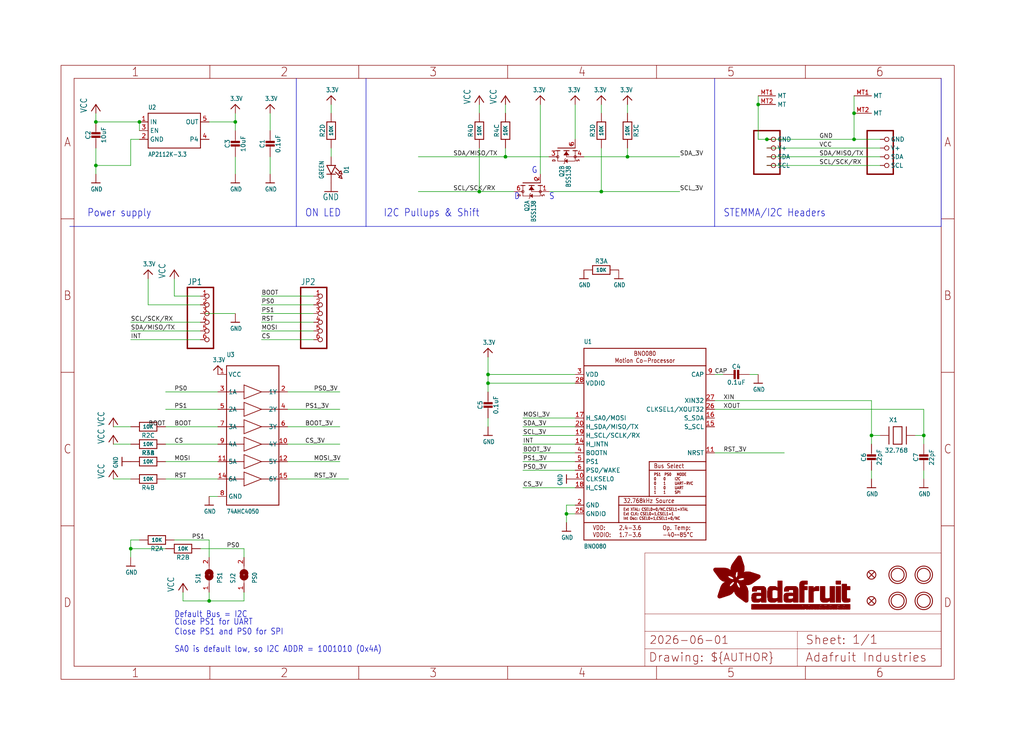
<source format=kicad_sch>
(kicad_sch (version 20231120) (generator "eeschema") (generator_version "8.0")
  (paper "User" 298.45 217.322)
  (lib_symbols
    (symbol "bno085_module-eagle-import:3.3V" (power)
      (symbol "3.3V_1_0"
        (pin power_in line (at 0 -2.54 90) (length 2.54) (name "3.3V") (number "1"))
      )
    )
    (symbol "bno085_module-eagle-import:74HC4050DTSSOP"
      (property "Reference" "U" (at -7.62 22.86 0))
      (symbol "74HC4050DTSSOP_1_0"
        (pin bidirectional line (at -10.16 17.78 0) (length 2.54) (name "VCC") (number "1"))
        (pin bidirectional line (at 10.16 -2.54 180) (length 2.54) (name "4Y") (number "10"))
        (pin bidirectional line (at -10.16 -7.62 0) (length 2.54) (name "5A") (number "11"))
        (pin bidirectional line (at 10.16 -7.62 180) (length 2.54) (name "5Y") (number "12"))
        (pin bidirectional line (at -10.16 -12.7 0) (length 2.54) (name "6A") (number "14"))
        (pin bidirectional line (at 10.16 -12.7 180) (length 2.54) (name "6Y") (number "15"))
        (pin bidirectional line (at 10.16 12.7 180) (length 2.54) (name "1Y") (number "2"))
        (pin bidirectional line (at -10.16 12.7 0) (length 2.54) (name "1A") (number "3"))
        (pin bidirectional line (at 10.16 7.62 180) (length 2.54) (name "2Y") (number "4"))
        (pin bidirectional line (at -10.16 7.62 0) (length 2.54) (name "2A") (number "5"))
        (pin bidirectional line (at 10.16 2.54 180) (length 2.54) (name "3Y") (number "6"))
        (pin bidirectional line (at -10.16 2.54 0) (length 2.54) (name "3A") (number "7"))
        (pin bidirectional line (at -10.16 -17.78 0) (length 2.54) (name "GND") (number "8"))
        (pin bidirectional line (at -10.16 -2.54 0) (length 2.54) (name "4A") (number "9"))
      )
    )
    (symbol "bno085_module-eagle-import:BNO080"
      (property "Reference" "U" (at -17.78 29.21 0))
      (symbol "BNO080_1_0"
        (text "2.4-3.6\n1.7-3.6" (at -7.62 -25.4 0) (effects (font (size 1.27 1.0795)) (justify left)))
        (text "32.768kHz Source" (at -6.35 -16.51 0) (effects (font (size 1.27 1.0795)) (justify left)))
        (text "BNO080\nMotion Co-Processor" (at 0 25.4 0) (effects (font (size 1.27 1.0795))))
        (text "Bus Select" (at 2.54 -6.35 0) (effects (font (size 1.27 1.0795)) (justify left)))
        (text "Ext XTAL: CSEL0=0/NC,CSEL1=XTAL\nExt CLK: CSEL0=1,CSEL1=1\nInt Osc: CSEL0=1,CSEL1=0/NC" (at -6.35 -20.32 0) (effects (font (size 0.8128 0.6908)) (justify left)))
        (text "Op. Temp:\n-40~~85°C" (at 5.08 -25.4 0) (effects (font (size 1.27 1.0795)) (justify left)))
        (text "PS1  PS0   MODE\n0    0     I2C\n0    1     UART-RVC\n1    0     UART\n1    1     SPI" (at 2.54 -11.43 0) (effects (font (size 0.8128 0.6908)) (justify left)))
        (text "VDD:\nVDDIO:" (at -15.24 -25.4 0) (effects (font (size 1.27 1.0795)) (justify left)))
        (pin input line (at -20.32 -10.16 0) (length 2.54) (name "CLKSEL0") (number "10"))
        (pin input line (at 20.32 -2.54 180) (length 2.54) (name "NRST") (number "11"))
        (pin output line (at -20.32 0 0) (length 2.54) (name "H_INTN") (number "14"))
        (pin bidirectional line (at 20.32 5.08 180) (length 2.54) (name "S_SCL") (number "15"))
        (pin bidirectional line (at 20.32 7.62 180) (length 2.54) (name "S_SDA") (number "16"))
        (pin output line (at -20.32 7.62 0) (length 2.54) (name "H_SA0/MOSI") (number "17"))
        (pin input line (at -20.32 -12.7 0) (length 2.54) (name "H_CSN") (number "18"))
        (pin bidirectional line (at -20.32 2.54 0) (length 2.54) (name "H_SCL/SCLK/RX") (number "19"))
        (pin power_in line (at -20.32 -17.78 0) (length 2.54) (name "GND") (number "2"))
        (pin bidirectional line (at -20.32 5.08 0) (length 2.54) (name "H_SDA/MISO/TX") (number "20"))
        (pin power_in line (at -20.32 -20.32 0) (length 2.54) (name "GNDIO") (number "25"))
        (pin output line (at 20.32 10.16 180) (length 2.54) (name "CLKSEL1/XOUT32") (number "26"))
        (pin input line (at 20.32 12.7 180) (length 2.54) (name "XIN32") (number "27"))
        (pin power_in line (at -20.32 17.78 0) (length 2.54) (name "VDDIO") (number "28"))
        (pin power_in line (at -20.32 20.32 0) (length 2.54) (name "VDD") (number "3"))
        (pin input line (at -20.32 -2.54 0) (length 2.54) (name "BOOTN") (number "4"))
        (pin input line (at -20.32 -5.08 0) (length 2.54) (name "PS1") (number "5"))
        (pin input line (at -20.32 -7.62 0) (length 2.54) (name "PS0/WAKE") (number "6"))
        (pin passive line (at 20.32 20.32 180) (length 2.54) (name "CAP") (number "9"))
      )
    )
    (symbol "bno085_module-eagle-import:CAP_CERAMIC0603_NO"
      (property "Reference" "C" (at -2.29 1.25 90))
      (symbol "CAP_CERAMIC0603_NO_1_0"
        (pin passive line (at 0 5.08 270) (length 2.54) (name "1") (number "1"))
        (pin passive line (at 0 -2.54 90) (length 2.54) (name "2") (number "2"))
      )
    )
    (symbol "bno085_module-eagle-import:CAP_CERAMIC0805-NOOUTLINE"
      (property "Reference" "C" (at -2.29 1.25 90))
      (symbol "CAP_CERAMIC0805-NOOUTLINE_1_0"
        (pin passive line (at 0 5.08 270) (length 2.54) (name "1") (number "1"))
        (pin passive line (at 0 -2.54 90) (length 2.54) (name "2") (number "2"))
      )
    )
    (symbol "bno085_module-eagle-import:FIDUCIAL_1MM")
    (symbol "bno085_module-eagle-import:FRAME_A4_ADAFRUIT"
      (symbol "FRAME_A4_ADAFRUIT_1_0"
        (text "${#}/${##}" (at 230.505 10.16 0) (effects (font (size 2.54 2.54)) (justify left bottom)))
        (text "${AUTHOR}" (at 189.23 5.08 0) (effects (font (size 2.286 2.286)) (justify left bottom)))
        (text "${CURRENT_DATE}" (at 171.45 10.16 0) (effects (font (size 2.286 2.286)) (justify left bottom)))
        (text "${PROJECTNAME}" (at 171.45 15.24 0) (effects (font (size 2.54 2.54)) (justify left bottom)))
        (text "1" (at 21.6958 1.905 0) (effects (font (size 2.54 2.286))))
        (text "1" (at 21.6958 177.165 0) (effects (font (size 2.54 2.286))))
        (text "2" (at 65.0875 1.905 0) (effects (font (size 2.54 2.286))))
        (text "2" (at 65.0875 177.165 0) (effects (font (size 2.54 2.286))))
        (text "3" (at 108.4792 1.905 0) (effects (font (size 2.54 2.286))))
        (text "3" (at 108.4792 177.165 0) (effects (font (size 2.54 2.286))))
        (text "4" (at 151.8708 1.905 0) (effects (font (size 2.54 2.286))))
        (text "4" (at 151.8708 177.165 0) (effects (font (size 2.54 2.286))))
        (text "5" (at 195.2625 1.905 0) (effects (font (size 2.54 2.286))))
        (text "5" (at 195.2625 177.165 0) (effects (font (size 2.54 2.286))))
        (text "6" (at 238.6542 1.905 0) (effects (font (size 2.54 2.286))))
        (text "6" (at 238.6542 177.165 0) (effects (font (size 2.54 2.286))))
        (text "A" (at 1.905 156.6863 0) (effects (font (size 2.54 2.286))))
        (text "A" (at 258.445 156.6863 0) (effects (font (size 2.54 2.286))))
        (text "Adafruit Industries" (at 216.916 4.953 0) (effects (font (size 2.54 2.54)) (justify left bottom)))
        (text "B" (at 1.905 111.9188 0) (effects (font (size 2.54 2.286))))
        (text "B" (at 258.445 111.9188 0) (effects (font (size 2.54 2.286))))
        (text "C" (at 1.905 67.1513 0) (effects (font (size 2.54 2.286))))
        (text "C" (at 258.445 67.1513 0) (effects (font (size 2.54 2.286))))
        (text "D" (at 1.905 22.3838 0) (effects (font (size 2.54 2.286))))
        (text "D" (at 258.445 22.3838 0) (effects (font (size 2.54 2.286))))
        (text "Drawing:" (at 171.196 4.953 0) (effects (font (size 2.54 2.54)) (justify left bottom)))
        (text "Sheet:" (at 216.916 10.033 0) (effects (font (size 2.54 2.54)) (justify left bottom)))
      )
    )
    (symbol "bno085_module-eagle-import:GND" (power)
      (symbol "GND_1_0"
        (pin power_in line (at 0 2.54 270) (length 2.54) (name "GND") (number "1"))
      )
    )
    (symbol "bno085_module-eagle-import:HEADER-1X670MIL"
      (property "Reference" "JP" (at -6.35 10.795 0))
      (symbol "HEADER-1X670MIL_1_0"
        (pin passive inverted (at -2.54 7.62 0) (length 2.54) (name "1") (number "1"))
        (pin passive inverted (at -2.54 5.08 0) (length 2.54) (name "2") (number "2"))
        (pin passive inverted (at -2.54 2.54 0) (length 2.54) (name "3") (number "3"))
        (pin passive inverted (at -2.54 0 0) (length 2.54) (name "4") (number "4"))
        (pin passive inverted (at -2.54 -2.54 0) (length 2.54) (name "5") (number "5"))
        (pin passive inverted (at -2.54 -5.08 0) (length 2.54) (name "6") (number "6"))
      )
    )
    (symbol "bno085_module-eagle-import:LED0603_NOOUTLINE"
      (property "Reference" "D" (at -1.27 4.445 0))
      (symbol "LED0603_NOOUTLINE_1_0"
        (pin passive line (at -5.08 0 0) (length 2.54) (name "A") (number "A"))
        (pin passive line (at 2.54 0 180) (length 2.54) (name "C") (number "C"))
      )
    )
    (symbol "bno085_module-eagle-import:MOSFET-N_DUAL"
      (property "Reference" "Q" (at 5.08 0.635 0))
      (symbol "MOSFET-N_DUAL_1_0"
        (text "D" (at 3.175 3.175 0) (effects (font (size 0.8128 0.6908)) (justify left bottom)))
        (text "G" (at -1.27 -1.905 0) (effects (font (size 0.8128 0.6908)) (justify left bottom)))
        (text "S" (at 3.175 -3.81 0) (effects (font (size 0.8128 0.6908)) (justify left bottom)))
        (pin bidirectional line (at 2.54 -5.08 90) (length 2.54) (name "S") (number "1"))
        (pin bidirectional line (at -2.54 -2.54 0) (length 2.54) (name "G") (number "2"))
        (pin bidirectional line (at 2.54 5.08 270) (length 2.54) (name "D") (number "6"))
      )
      (symbol "MOSFET-N_DUAL_2_0"
        (text "D" (at 3.175 3.175 0) (effects (font (size 0.8128 0.6908)) (justify left bottom)))
        (text "G" (at -1.27 -1.905 0) (effects (font (size 0.8128 0.6908)) (justify left bottom)))
        (text "S" (at 3.175 -3.81 0) (effects (font (size 0.8128 0.6908)) (justify left bottom)))
        (pin bidirectional line (at 2.54 5.08 270) (length 2.54) (name "D") (number "3"))
        (pin bidirectional line (at 2.54 -5.08 90) (length 2.54) (name "S") (number "4"))
        (pin bidirectional line (at -2.54 -2.54 0) (length 2.54) (name "G") (number "5"))
      )
    )
    (symbol "bno085_module-eagle-import:MOUNTINGHOLE2.5")
    (symbol "bno085_module-eagle-import:RESISTOR_4PACK"
      (property "Reference" "R" (at 0 2.54 0))
      (symbol "RESISTOR_4PACK_1_0"
        (pin passive line (at -5.08 0 0) (length 2.54) (name "1") (number "1"))
        (pin passive line (at 5.08 0 180) (length 2.54) (name "2") (number "8"))
      )
      (symbol "RESISTOR_4PACK_2_0"
        (pin passive line (at -5.08 0 0) (length 2.54) (name "1") (number "2"))
        (pin passive line (at 5.08 0 180) (length 2.54) (name "2") (number "7"))
      )
      (symbol "RESISTOR_4PACK_3_0"
        (pin passive line (at -5.08 0 0) (length 2.54) (name "1") (number "3"))
        (pin passive line (at 5.08 0 180) (length 2.54) (name "2") (number "6"))
      )
      (symbol "RESISTOR_4PACK_4_0"
        (pin passive line (at -5.08 0 0) (length 2.54) (name "1") (number "4"))
        (pin passive line (at 5.08 0 180) (length 2.54) (name "2") (number "5"))
      )
    )
    (symbol "bno085_module-eagle-import:SOLDERJUMPER"
      (property "Reference" "SJ" (at -2.54 2.54 0))
      (symbol "SOLDERJUMPER_1_0"
        (pin passive line (at -5.08 0 0) (length 2.54) (name "1") (number "1"))
        (pin passive line (at 5.08 0 180) (length 2.54) (name "2") (number "2"))
      )
    )
    (symbol "bno085_module-eagle-import:STEMMA_I2C_QT"
      (symbol "STEMMA_I2C_QT_1_0"
        (pin passive inverted (at 0 5.08 0) (length 2.54) (name "GND") (number "1"))
        (pin passive inverted (at 0 2.54 0) (length 2.54) (name "V+") (number "2"))
        (pin passive inverted (at 0 0 0) (length 2.54) (name "SDA") (number "3"))
        (pin passive inverted (at 0 -2.54 0) (length 2.54) (name "SCL") (number "4"))
      )
      (symbol "STEMMA_I2C_QT_2_0"
        (pin bidirectional line (at 0 0 0) (length 5.08) (name "MT") (number "MT1"))
      )
      (symbol "STEMMA_I2C_QT_3_0"
        (pin bidirectional line (at 0 0 0) (length 5.08) (name "MT") (number "MT2"))
      )
    )
    (symbol "bno085_module-eagle-import:VCC" (power)
      (symbol "VCC_1_0"
        (pin power_in line (at 0 -2.54 90) (length 2.54) (name "VCC") (number "1"))
      )
    )
    (symbol "bno085_module-eagle-import:VREG_SOT23-5"
      (property "Reference" "U" (at -7.62 6.096 0))
      (symbol "VREG_SOT23-5_1_0"
        (pin power_in line (at -10.16 2.54 0) (length 2.54) (name "IN") (number "1"))
        (pin power_in line (at -10.16 -2.54 0) (length 2.54) (name "GND") (number "2"))
        (pin input line (at -10.16 0 0) (length 2.54) (name "EN") (number "3"))
        (pin bidirectional line (at 10.16 -2.54 180) (length 2.54) (name "P4") (number "4"))
        (pin power_in line (at 10.16 2.54 180) (length 2.54) (name "OUT") (number "5"))
      )
    )
    (symbol "bno085_module-eagle-import:XTAL-3.2X1.5"
      (property "Reference" "X" (at -2.54 3.81 0))
      (symbol "XTAL-3.2X1.5_1_0"
        (pin bidirectional line (at -5.08 0 0) (length 2.54) (name "P$1") (number "P$1"))
        (pin bidirectional line (at 5.08 0 180) (length 2.54) (name "P$2") (number "P$2"))
      )
    )
    (symbol "bno085_module-eagle-import:supply1_GND" (power)
      (symbol "supply1_GND_1_0"
        (pin power_in line (at 0 2.54 270) (length 2.54) (name "GND") (number "1"))
      )
    )
  )
  (junction (at 220.98 30.48))
  (junction (at 147.32 45.72))
  (junction (at 175.26 55.88))
  (junction (at 182.88 45.72))
  (junction (at 223.52 40.64))
  (junction (at 60.96 175.26))
  (junction (at 139.7 55.88))
  (junction (at 165.1 149.86))
  (junction (at 269.24 127))
  (junction (at 27.94 35.56))
  (junction (at 248.92 33.02))
  (junction (at 40.64 35.56))
  (junction (at 254 127))
  (junction (at 27.94 48.26))
  (junction (at 68.58 35.56))
  (junction (at 142.24 111.76))
  (junction (at 142.24 109.22))
  (junction (at 38.1 160.02))
  (junction (at 248.92 40.64))
  (wire (pts (xy 167.64 40.64) (xy 167.64 30.48)) (stroke (width 0.1524)))
  (wire (pts (xy 160.02 55.88) (xy 175.26 55.88)) (stroke (width 0.1524)))
  (wire (pts (xy 139.7 30.48) (xy 139.7 33.02)) (stroke (width 0.1524)))
  (wire (pts (xy 139.7 43.18) (xy 139.7 55.88)) (stroke (width 0.1524)))
  (wire (pts (xy 58.42 88.9) (xy 43.18 88.9)) (stroke (width 0.1524)))
  (wire (pts (xy 220.98 30.48) (xy 220.98 40.64)) (stroke (width 0.1524)))
  (wire (pts (xy 208.28 109.22) (xy 210.82 109.22)) (stroke (width 0.1524)))
  (wire (pts (xy 40.64 35.56) (xy 27.94 35.56)) (stroke (width 0.1524)))
  (wire (pts (xy 43.18 88.9) (xy 43.18 81.28)) (stroke (width 0.1524)))
  (wire (pts (xy 167.64 121.92) (xy 152.4 121.92)) (stroke (width 0.1524)))
  (wire (pts (xy 27.94 48.26) (xy 27.94 43.18)) (stroke (width 0.1524)))
  (wire (pts (xy 256.54 45.72) (xy 223.52 45.72)) (stroke (width 0.1524)))
  (wire (pts (xy 58.42 91.44) (xy 68.58 91.44)) (stroke (width 0.1524)))
  (polyline (pts (xy 208.28 66.04) (xy 274.32 66.04)) (stroke (width 0.1524) (type solid)))
  (wire (pts (xy 40.64 40.64) (xy 38.1 40.64)) (stroke (width 0.1524)))
  (wire (pts (xy 27.94 48.26) (xy 27.94 50.8)) (stroke (width 0.1524)))
  (polyline (pts (xy 208.28 22.86) (xy 208.28 66.04)) (stroke (width 0.1524) (type solid)))
  (polyline (pts (xy 20.32 66.04) (xy 86.36 66.04)) (stroke (width 0.1524) (type solid)))
  (wire (pts (xy 48.26 129.54) (xy 63.5 129.54)) (stroke (width 0.1524)))
  (wire (pts (xy 38.1 40.64) (xy 38.1 48.26)) (stroke (width 0.1524)))
  (wire (pts (xy 167.64 147.32) (xy 165.1 147.32)) (stroke (width 0.1524)))
  (wire (pts (xy 170.18 45.72) (xy 182.88 45.72)) (stroke (width 0.1524)))
  (wire (pts (xy 91.44 93.98) (xy 76.2 93.98)) (stroke (width 0.1524)))
  (wire (pts (xy 208.28 116.84) (xy 254 116.84)) (stroke (width 0.1524)))
  (wire (pts (xy 58.42 96.52) (xy 38.1 96.52)) (stroke (width 0.1524)))
  (wire (pts (xy 248.92 33.02) (xy 248.92 40.64)) (stroke (width 0.1524)))
  (wire (pts (xy 38.1 157.48) (xy 40.64 157.48)) (stroke (width 0.1524)))
  (wire (pts (xy 182.88 33.02) (xy 182.88 30.48)) (stroke (width 0.1524)))
  (wire (pts (xy 167.64 149.86) (xy 165.1 149.86)) (stroke (width 0.1524)))
  (wire (pts (xy 60.96 172.72) (xy 60.96 175.26)) (stroke (width 0.1524)))
  (wire (pts (xy 175.26 55.88) (xy 198.12 55.88)) (stroke (width 0.1524)))
  (wire (pts (xy 58.42 160.02) (xy 71.12 160.02)) (stroke (width 0.1524)))
  (wire (pts (xy 60.96 175.26) (xy 53.34 175.26)) (stroke (width 0.1524)))
  (wire (pts (xy 175.26 43.18) (xy 175.26 55.88)) (stroke (width 0.1524)))
  (wire (pts (xy 91.44 88.9) (xy 76.2 88.9)) (stroke (width 0.1524)))
  (wire (pts (xy 256.54 40.64) (xy 248.92 40.64)) (stroke (width 0.1524)))
  (wire (pts (xy 27.94 33.02) (xy 27.94 35.56)) (stroke (width 0.1524)))
  (wire (pts (xy 38.1 48.26) (xy 27.94 48.26)) (stroke (width 0.1524)))
  (wire (pts (xy 91.44 99.06) (xy 76.2 99.06)) (stroke (width 0.1524)))
  (wire (pts (xy 149.86 55.88) (xy 139.7 55.88)) (stroke (width 0.1524)))
  (wire (pts (xy 220.98 27.94) (xy 220.98 30.48)) (stroke (width 0.1524)))
  (wire (pts (xy 256.54 127) (xy 254 127)) (stroke (width 0.1524)))
  (wire (pts (xy 91.44 96.52) (xy 76.2 96.52)) (stroke (width 0.1524)))
  (wire (pts (xy 50.8 157.48) (xy 60.96 157.48)) (stroke (width 0.1524)))
  (wire (pts (xy 83.82 129.54) (xy 99.06 129.54)) (stroke (width 0.1524)))
  (wire (pts (xy 142.24 109.22) (xy 142.24 104.14)) (stroke (width 0.1524)))
  (wire (pts (xy 63.5 119.38) (xy 48.26 119.38)) (stroke (width 0.1524)))
  (wire (pts (xy 38.1 160.02) (xy 38.1 162.56)) (stroke (width 0.1524)))
  (wire (pts (xy 33.02 124.46) (xy 38.1 124.46)) (stroke (width 0.1524)))
  (wire (pts (xy 223.52 43.18) (xy 256.54 43.18)) (stroke (width 0.1524)))
  (wire (pts (xy 99.06 119.38) (xy 83.82 119.38)) (stroke (width 0.1524)))
  (wire (pts (xy 58.42 86.36) (xy 50.8 86.36)) (stroke (width 0.1524)))
  (wire (pts (xy 167.64 134.62) (xy 152.4 134.62)) (stroke (width 0.1524)))
  (wire (pts (xy 78.74 33.02) (xy 78.74 38.1)) (stroke (width 0.1524)))
  (wire (pts (xy 38.1 157.48) (xy 38.1 160.02)) (stroke (width 0.1524)))
  (wire (pts (xy 165.1 149.86) (xy 165.1 152.4)) (stroke (width 0.1524)))
  (wire (pts (xy 157.48 50.8) (xy 157.48 30.48)) (stroke (width 0.1524)))
  (wire (pts (xy 218.44 109.22) (xy 220.98 109.22)) (stroke (width 0.1524)))
  (wire (pts (xy 40.64 38.1) (xy 40.64 35.56)) (stroke (width 0.1524)))
  (wire (pts (xy 167.64 132.08) (xy 152.4 132.08)) (stroke (width 0.1524)))
  (wire (pts (xy 223.52 48.26) (xy 256.54 48.26)) (stroke (width 0.1524)))
  (wire (pts (xy 147.32 33.02) (xy 147.32 30.48)) (stroke (width 0.1524)))
  (wire (pts (xy 167.64 109.22) (xy 142.24 109.22)) (stroke (width 0.1524)))
  (wire (pts (xy 96.52 30.48) (xy 96.52 33.02)) (stroke (width 0.1524)))
  (wire (pts (xy 68.58 35.56) (xy 68.58 38.1)) (stroke (width 0.1524)))
  (wire (pts (xy 83.82 114.3) (xy 99.06 114.3)) (stroke (width 0.1524)))
  (wire (pts (xy 63.5 134.62) (xy 48.26 134.62)) (stroke (width 0.1524)))
  (wire (pts (xy 165.1 147.32) (xy 165.1 149.86)) (stroke (width 0.1524)))
  (wire (pts (xy 78.74 45.72) (xy 78.74 50.8)) (stroke (width 0.1524)))
  (wire (pts (xy 208.28 119.38) (xy 269.24 119.38)) (stroke (width 0.1524)))
  (wire (pts (xy 167.64 129.54) (xy 152.4 129.54)) (stroke (width 0.1524)))
  (wire (pts (xy 254 137.16) (xy 254 139.7)) (stroke (width 0.1524)))
  (wire (pts (xy 91.44 91.44) (xy 76.2 91.44)) (stroke (width 0.1524)))
  (wire (pts (xy 58.42 93.98) (xy 38.1 93.98)) (stroke (width 0.1524)))
  (wire (pts (xy 152.4 137.16) (xy 167.64 137.16)) (stroke (width 0.1524)))
  (wire (pts (xy 139.7 55.88) (xy 121.92 55.88)) (stroke (width 0.1524)))
  (wire (pts (xy 254 116.84) (xy 254 127)) (stroke (width 0.1524)))
  (wire (pts (xy 96.52 45.72) (xy 96.52 43.18)) (stroke (width 0.1524)))
  (wire (pts (xy 248.92 27.94) (xy 248.92 33.02)) (stroke (width 0.1524)))
  (wire (pts (xy 60.96 157.48) (xy 60.96 162.56)) (stroke (width 0.1524)))
  (wire (pts (xy 269.24 127) (xy 269.24 129.54)) (stroke (width 0.1524)))
  (wire (pts (xy 160.02 45.72) (xy 147.32 45.72)) (stroke (width 0.1524)))
  (wire (pts (xy 33.02 129.54) (xy 38.1 129.54)) (stroke (width 0.1524)))
  (wire (pts (xy 50.8 86.36) (xy 50.8 81.28)) (stroke (width 0.1524)))
  (wire (pts (xy 142.24 121.92) (xy 142.24 124.46)) (stroke (width 0.1524)))
  (wire (pts (xy 208.28 132.08) (xy 228.6 132.08)) (stroke (width 0.1524)))
  (wire (pts (xy 71.12 172.72) (xy 71.12 175.26)) (stroke (width 0.1524)))
  (wire (pts (xy 58.42 99.06) (xy 38.1 99.06)) (stroke (width 0.1524)))
  (wire (pts (xy 254 127) (xy 254 129.54)) (stroke (width 0.1524)))
  (polyline (pts (xy 106.68 66.04) (xy 208.28 66.04)) (stroke (width 0.1524) (type solid)))
  (wire (pts (xy 167.64 111.76) (xy 142.24 111.76)) (stroke (width 0.1524)))
  (wire (pts (xy 142.24 111.76) (xy 142.24 109.22)) (stroke (width 0.1524)))
  (wire (pts (xy 83.82 134.62) (xy 99.06 134.62)) (stroke (width 0.1524)))
  (wire (pts (xy 182.88 45.72) (xy 198.12 45.72)) (stroke (width 0.1524)))
  (wire (pts (xy 60.96 35.56) (xy 68.58 35.56)) (stroke (width 0.1524)))
  (wire (pts (xy 68.58 35.56) (xy 68.58 33.02)) (stroke (width 0.1524)))
  (wire (pts (xy 147.32 45.72) (xy 121.92 45.72)) (stroke (width 0.1524)))
  (polyline (pts (xy 274.32 22.86) (xy 274.32 66.04)) (stroke (width 0.1524) (type solid)))
  (wire (pts (xy 147.32 43.18) (xy 147.32 45.72)) (stroke (width 0.1524)))
  (wire (pts (xy 248.92 40.64) (xy 223.52 40.64)) (stroke (width 0.1524)))
  (wire (pts (xy 68.58 45.72) (xy 68.58 50.8)) (stroke (width 0.1524)))
  (wire (pts (xy 33.02 139.7) (xy 38.1 139.7)) (stroke (width 0.1524)))
  (wire (pts (xy 63.5 144.78) (xy 60.96 144.78)) (stroke (width 0.1524)))
  (wire (pts (xy 269.24 137.16) (xy 269.24 139.7)) (stroke (width 0.1524)))
  (wire (pts (xy 266.7 127) (xy 269.24 127)) (stroke (width 0.1524)))
  (wire (pts (xy 269.24 119.38) (xy 269.24 127)) (stroke (width 0.1524)))
  (wire (pts (xy 63.5 124.46) (xy 48.26 124.46)) (stroke (width 0.1524)))
  (wire (pts (xy 63.5 114.3) (xy 48.26 114.3)) (stroke (width 0.1524)))
  (wire (pts (xy 142.24 114.3) (xy 142.24 111.76)) (stroke (width 0.1524)))
  (wire (pts (xy 167.64 127) (xy 152.4 127)) (stroke (width 0.1524)))
  (polyline (pts (xy 86.36 66.04) (xy 106.68 66.04)) (stroke (width 0.1524) (type solid)))
  (polyline (pts (xy 86.36 22.86) (xy 86.36 66.04)) (stroke (width 0.1524) (type solid)))
  (wire (pts (xy 83.82 124.46) (xy 99.06 124.46)) (stroke (width 0.1524)))
  (wire (pts (xy 91.44 86.36) (xy 76.2 86.36)) (stroke (width 0.1524)))
  (wire (pts (xy 175.26 33.02) (xy 175.26 30.48)) (stroke (width 0.1524)))
  (wire (pts (xy 71.12 175.26) (xy 60.96 175.26)) (stroke (width 0.1524)))
  (wire (pts (xy 167.64 142.24) (xy 152.4 142.24)) (stroke (width 0.1524)))
  (wire (pts (xy 71.12 160.02) (xy 71.12 162.56)) (stroke (width 0.1524)))
  (wire (pts (xy 48.26 160.02) (xy 38.1 160.02)) (stroke (width 0.1524)))
  (wire (pts (xy 167.64 124.46) (xy 152.4 124.46)) (stroke (width 0.1524)))
  (wire (pts (xy 83.82 139.7) (xy 101.6 139.7)) (stroke (width 0.1524)))
  (polyline (pts (xy 106.68 22.86) (xy 106.68 66.04)) (stroke (width 0.1524) (type solid)))
  (wire (pts (xy 53.34 175.26) (xy 53.34 172.72)) (stroke (width 0.1524)))
  (wire (pts (xy 48.26 139.7) (xy 63.5 139.7)) (stroke (width 0.1524)))
  (wire (pts (xy 220.98 40.64) (xy 223.52 40.64)) (stroke (width 0.1524)))
  (wire (pts (xy 182.88 43.18) (xy 182.88 45.72)) (stroke (width 0.1524)))
  (text "SA0 is default low, so I2C ADDR = 1001010 (0x4A)" (at 50.8 190.5 0) (effects (font (size 1.778 1.5113)) (justify left bottom)))
  (text "G" (at 154.94 50.8 0) (effects (font (size 1.778 1.5113)) (justify left bottom)))
  (text "I2C Pullups & Shift" (at 111.76 63.5 0) (effects (font (size 2.1844 1.8567)) (justify left bottom)))
  (text "STEMMA/I2C Headers" (at 210.82 63.5 0) (effects (font (size 2.1844 1.8567)) (justify left bottom)))
  (text "D" (at 149.86 58.42 0) (effects (font (size 1.778 1.5113)) (justify left bottom)))
  (text "Close PS1 for UART\nClose PS1 and PS0 for SPI" (at 50.8 185.42 0) (effects (font (size 1.778 1.5113)) (justify left bottom)))
  (text "S" (at 160.02 58.42 0) (effects (font (size 1.778 1.5113)) (justify left bottom)))
  (text "Power supply" (at 25.4 63.5 0) (effects (font (size 2.1844 1.8567)) (justify left bottom)))
  (text "Default Bus = I2C" (at 50.8 180.34 0) (effects (font (size 1.778 1.5113)) (justify left bottom)))
  (text "ON LED" (at 88.9 63.5 0) (effects (font (size 2.1844 1.8567)) (justify left bottom)))
  (label "RST" (at 50.8 139.7 0) (effects (font (size 1.2446 1.2446))))
  (label "CS_3V" (at 152.4 142.24 0) (effects (font (size 1.2446 1.2446))))
  (label "VCC" (at 238.76 43.18 0) (effects (font (size 1.2446 1.2446))))
  (label "BOOT_3V" (at 88.9 124.46 0) (effects (font (size 1.2446 1.2446))))
  (label "SCL/SCK/RX" (at 38.1 93.98 0) (effects (font (size 1.2446 1.2446))))
  (label "SCL_3V" (at 198.12 55.88 0) (effects (font (size 1.2446 1.2446))))
  (label "PS0_3V" (at 152.4 137.16 0) (effects (font (size 1.2446 1.2446))))
  (label "PS0_3V" (at 91.44 114.3 0) (effects (font (size 1.2446 1.2446))))
  (label "INT" (at 38.1 99.06 0) (effects (font (size 1.2446 1.2446))))
  (label "SDA/MISO/TX" (at 238.76 45.72 0) (effects (font (size 1.2446 1.2446))))
  (label "SCL_3V" (at 152.4 127 0) (effects (font (size 1.2446 1.2446))))
  (label "RST" (at 76.2 93.98 0) (effects (font (size 1.2446 1.2446))))
  (label "XOUT" (at 210.82 119.38 0) (effects (font (size 1.2446 1.2446))))
  (label "MOSI_3V" (at 91.44 134.62 0) (effects (font (size 1.2446 1.2446))))
  (label "CS_3V" (at 88.9 129.54 0) (effects (font (size 1.2446 1.2446))))
  (label "PS0" (at 76.2 88.9 0) (effects (font (size 1.2446 1.2446))))
  (label "PS1_3V" (at 88.9 119.38 0) (effects (font (size 1.2446 1.2446))))
  (label "SCL/SCK/RX" (at 238.76 48.26 0) (effects (font (size 1.2446 1.2446))))
  (label "PS1" (at 50.8 119.38 0) (effects (font (size 1.2446 1.2446))))
  (label "SDA/MISO/TX" (at 38.1 96.52 0) (effects (font (size 1.2446 1.2446))))
  (label "PS1" (at 76.2 91.44 0) (effects (font (size 1.2446 1.2446))))
  (label "SDA_3V" (at 198.12 45.72 0) (effects (font (size 1.2446 1.2446))))
  (label "BOOT_3V" (at 152.4 132.08 0) (effects (font (size 1.2446 1.2446))))
  (label "GND" (at 238.76 40.64 0) (effects (font (size 1.2446 1.2446))))
  (label "RST_3V" (at 210.82 132.08 0) (effects (font (size 1.2446 1.2446))))
  (label "BOOT" (at 50.8 124.46 0) (effects (font (size 1.2446 1.2446))))
  (label "CAP" (at 208.28 109.22 0) (effects (font (size 1.2446 1.2446))))
  (label "MOSI" (at 76.2 96.52 0) (effects (font (size 1.2446 1.2446))))
  (label "SDA_3V" (at 152.4 124.46 0) (effects (font (size 1.2446 1.2446))))
  (label "PS1_3V" (at 152.4 134.62 0) (effects (font (size 1.2446 1.2446))))
  (label "CS" (at 50.8 129.54 0) (effects (font (size 1.2446 1.2446))))
  (label "XIN" (at 210.82 116.84 0) (effects (font (size 1.2446 1.2446))))
  (label "CS" (at 76.2 99.06 0) (effects (font (size 1.2446 1.2446))))
  (label "BOOT" (at 76.2 86.36 0) (effects (font (size 1.2446 1.2446))))
  (label "INT" (at 152.4 129.54 0) (effects (font (size 1.2446 1.2446))))
  (label "PS0" (at 50.8 114.3 0) (effects (font (size 1.2446 1.2446))))
  (label "MOSI" (at 50.8 134.62 0) (effects (font (size 1.2446 1.2446))))
  (label "BOOT" (at 48.26 124.46 180) (effects (font (size 1.2446 1.2446))))
  (label "SCL/SCK/RX" (at 132.08 55.88 0) (effects (font (size 1.2446 1.2446))))
  (label "RST_3V" (at 91.44 139.7 0) (effects (font (size 1.2446 1.2446))))
  (label "PS0" (at 66.04 160.02 0) (effects (font (size 1.2446 1.2446))))
  (label "MOSI_3V" (at 152.4 121.92 0) (effects (font (size 1.2446 1.2446))))
  (label "SDA/MISO/TX" (at 132.08 45.72 0) (effects (font (size 1.2446 1.2446))))
  (label "PS1" (at 55.88 157.48 0) (effects (font (size 1.2446 1.2446))))
  (symbol (lib_id "bno085_module-eagle-import:STEMMA_I2C_QT") (at 248.92 33.02 0) (unit 3)
    (property "Reference" "CONN4" (effects (hide yes)))
    (property "Value" "STEMMA_I2C_QT" (effects (hide yes)))
    (property "Footprint" "bno085_module:JST_SH4" (effects (hide yes)))
  )
  (symbol (lib_id "bno085_module-eagle-import:HEADER-1X670MIL") (at 60.96 93.98 0) (unit 1)
    (property "Reference" "JP1" (at 54.61 83.185 0) (effects (font (size 1.778 1.5113)) (justify left bottom)))
    (property "Value" "HEADER-1X670MIL" (effects (hide yes)))
    (property "Footprint" "bno085_module:1X06_ROUND_70" (effects (hide yes)))
  )
  (symbol (lib_id "bno085_module-eagle-import:BNO080") (at 187.96 129.54 0) (unit 1)
    (property "Reference" "U1" (at 170.18 100.33 0) (effects (font (size 1.27 1.0795)) (justify left bottom)))
    (property "Value" "BNO080" (at 170.18 160.02 0) (effects (font (size 1.27 1.0795)) (justify left bottom)))
    (property "Footprint" "bno085_module:BNO080" (effects (hide yes)))
  )
  (symbol (lib_id "bno085_module-eagle-import:3.3V") (at 78.74 30.48 0) (unit 1)
    (property "Reference" "#U$14" (effects (hide yes)))
    (property "Value" "3.3V" (at 77.216 29.464 0) (effects (font (size 1.27 1.0795)) (justify left bottom)))
  )
  (symbol (lib_id "bno085_module-eagle-import:GND") (at 27.94 53.34 0) (unit 1)
    (property "Reference" "#U$13" (effects (hide yes)))
    (property "Value" "GND" (at 26.416 55.88 0) (effects (font (size 1.27 1.0795)) (justify left bottom)))
  )
  (symbol (lib_id "bno085_module-eagle-import:3.3V") (at 167.64 27.94 0) (mirror y) (unit 1)
    (property "Reference" "#U$23" (effects (hide yes)))
    (property "Value" "3.3V" (at 169.164 26.924 0) (effects (font (size 1.27 1.0795)) (justify left bottom)))
  )
  (symbol (lib_id "bno085_module-eagle-import:RESISTOR_4PACK") (at 53.34 160.02 180) (unit 2)
    (property "Reference" "R2" (at 53.34 162.56 0))
    (property "Value" "10K" (at 53.34 160.02 0) (effects (font (size 1.016 1.016) (bold yes))))
    (property "Footprint" "bno085_module:RESPACK_4X0603" (effects (hide yes)))
  )
  (symbol (lib_id "bno085_module-eagle-import:GND") (at 180.34 81.28 0) (unit 1)
    (property "Reference" "#U$29" (effects (hide yes)))
    (property "Value" "GND" (at 178.816 83.82 0) (effects (font (size 1.27 1.0795)) (justify left bottom)))
  )
  (symbol (lib_id "bno085_module-eagle-import:GND") (at 165.1 154.94 0) (unit 1)
    (property "Reference" "#U$2" (effects (hide yes)))
    (property "Value" "GND" (at 163.576 157.48 0) (effects (font (size 1.27 1.0795)) (justify left bottom)))
  )
  (symbol (lib_id "bno085_module-eagle-import:GND") (at 68.58 93.98 0) (unit 1)
    (property "Reference" "#U$10" (effects (hide yes)))
    (property "Value" "GND" (at 67.056 96.52 0) (effects (font (size 1.27 1.0795)) (justify left bottom)))
  )
  (symbol (lib_id "bno085_module-eagle-import:VCC") (at 33.02 137.16 0) (unit 1)
    (property "Reference" "#P+6" (effects (hide yes)))
    (property "Value" "VCC" (at 30.48 139.7 90) (effects (font (size 1.778 1.5113)) (justify left bottom)))
  )
  (symbol (lib_id "bno085_module-eagle-import:RESISTOR_4PACK") (at 96.52 38.1 90) (unit 4)
    (property "Reference" "R2" (at 93.98 38.1 0))
    (property "Value" "10K" (at 96.52 38.1 0) (effects (font (size 1.016 1.016) (bold yes))))
    (property "Footprint" "bno085_module:RESPACK_4X0603" (effects (hide yes)))
  )
  (symbol (lib_id "bno085_module-eagle-import:GND") (at 78.74 53.34 0) (unit 1)
    (property "Reference" "#U$6" (effects (hide yes)))
    (property "Value" "GND" (at 77.216 55.88 0) (effects (font (size 1.27 1.0795)) (justify left bottom)))
  )
  (symbol (lib_id "bno085_module-eagle-import:RESISTOR_4PACK") (at 43.18 139.7 180) (unit 2)
    (property "Reference" "R4" (at 43.18 142.24 0))
    (property "Value" "10K" (at 43.18 139.7 0) (effects (font (size 1.016 1.016) (bold yes))))
    (property "Footprint" "bno085_module:RESPACK_4X0603" (effects (hide yes)))
  )
  (symbol (lib_id "bno085_module-eagle-import:SOLDERJUMPER") (at 71.12 167.64 90) (unit 1)
    (property "Reference" "SJ2" (at 68.58 170.18 0) (effects (font (size 1.27 1.0795)) (justify left bottom)))
    (property "Value" "PS0" (at 74.93 170.18 0) (effects (font (size 1.27 1.0795)) (justify left bottom)))
    (property "Footprint" "bno085_module:SOLDERJUMPER_ARROW_NOPASTE" (effects (hide yes)))
  )
  (symbol (lib_id "bno085_module-eagle-import:3.3V") (at 96.52 27.94 0) (unit 1)
    (property "Reference" "#U$3" (effects (hide yes)))
    (property "Value" "3.3V" (at 94.996 26.924 0) (effects (font (size 1.27 1.0795)) (justify left bottom)))
  )
  (symbol (lib_id "bno085_module-eagle-import:CAP_CERAMIC0603_NO") (at 78.74 43.18 0) (unit 1)
    (property "Reference" "C1" (at 76.45 41.93 90))
    (property "Value" "0.1uF" (at 81.04 41.93 90))
    (property "Footprint" "bno085_module:0603-NO" (effects (hide yes)))
  )
  (symbol (lib_id "bno085_module-eagle-import:3.3V") (at 63.5 106.68 0) (unit 1)
    (property "Reference" "#U$32" (effects (hide yes)))
    (property "Value" "3.3V" (at 61.976 105.664 0) (effects (font (size 1.27 1.0795)) (justify left bottom)))
  )
  (symbol (lib_id "bno085_module-eagle-import:CAP_CERAMIC0805-NOOUTLINE") (at 68.58 43.18 0) (unit 1)
    (property "Reference" "C3" (at 66.29 41.93 90))
    (property "Value" "10uF" (at 70.88 41.93 90))
    (property "Footprint" "bno085_module:0805-NO" (effects (hide yes)))
  )
  (symbol (lib_id "bno085_module-eagle-import:GND") (at 35.56 134.62 270) (unit 1)
    (property "Reference" "#U$20" (effects (hide yes)))
    (property "Value" "GND" (at 33.02 133.096 0) (effects (font (size 1.27 1.0795)) (justify left bottom)))
  )
  (symbol (lib_id "bno085_module-eagle-import:RESISTOR_4PACK") (at 43.18 129.54 180) (unit 1)
    (property "Reference" "R4" (at 43.18 132.08 0))
    (property "Value" "10K" (at 43.18 129.54 0) (effects (font (size 1.016 1.016) (bold yes))))
    (property "Footprint" "bno085_module:RESPACK_4X0603" (effects (hide yes)))
  )
  (symbol (lib_id "bno085_module-eagle-import:3.3V") (at 182.88 27.94 0) (mirror y) (unit 1)
    (property "Reference" "#U$7" (effects (hide yes)))
    (property "Value" "3.3V" (at 184.404 26.924 0) (effects (font (size 1.27 1.0795)) (justify left bottom)))
  )
  (symbol (lib_id "bno085_module-eagle-import:GND") (at 60.96 147.32 0) (unit 1)
    (property "Reference" "#U$34" (effects (hide yes)))
    (property "Value" "GND" (at 59.436 149.86 0) (effects (font (size 1.27 1.0795)) (justify left bottom)))
  )
  (symbol (lib_id "bno085_module-eagle-import:GND") (at 68.58 53.34 0) (unit 1)
    (property "Reference" "#U$5" (effects (hide yes)))
    (property "Value" "GND" (at 67.056 55.88 0) (effects (font (size 1.27 1.0795)) (justify left bottom)))
  )
  (symbol (lib_id "bno085_module-eagle-import:74HC4050DTSSOP") (at 73.66 127 0) (unit 1)
    (property "Reference" "U3" (at 66.04 104.14 0) (effects (font (size 1.27 1.0795)) (justify left bottom)))
    (property "Value" "74AHC4050" (at 66.04 149.86 0) (effects (font (size 1.27 1.0795)) (justify left bottom)))
    (property "Footprint" "bno085_module:TSSOP16" (effects (hide yes)))
  )
  (symbol (lib_id "bno085_module-eagle-import:3.3V") (at 142.24 101.6 0) (unit 1)
    (property "Reference" "#U$4" (effects (hide yes)))
    (property "Value" "3.3V" (at 140.716 100.584 0) (effects (font (size 1.27 1.0795)) (justify left bottom)))
  )
  (symbol (lib_id "bno085_module-eagle-import:STEMMA_I2C_QT") (at 248.92 27.94 0) (unit 2)
    (property "Reference" "CONN4" (effects (hide yes)))
    (property "Value" "STEMMA_I2C_QT" (effects (hide yes)))
    (property "Footprint" "bno085_module:JST_SH4" (effects (hide yes)))
  )
  (symbol (lib_id "bno085_module-eagle-import:STEMMA_I2C_QT") (at 256.54 45.72 0) (unit 1)
    (property "Reference" "CONN4" (effects (hide yes)))
    (property "Value" "STEMMA_I2C_QT" (effects (hide yes)))
    (property "Footprint" "bno085_module:JST_SH4" (effects (hide yes)))
  )
  (symbol (lib_id "bno085_module-eagle-import:VCC") (at 147.32 27.94 0) (unit 1)
    (property "Reference" "#P+2" (effects (hide yes)))
    (property "Value" "VCC" (at 144.78 30.48 90) (effects (font (size 1.778 1.5113)) (justify left bottom)))
  )
  (symbol (lib_id "bno085_module-eagle-import:HEADER-1X670MIL") (at 93.98 93.98 0) (unit 1)
    (property "Reference" "JP2" (at 87.63 83.185 0) (effects (font (size 1.778 1.5113)) (justify left bottom)))
    (property "Value" "HEADER-1X670MIL" (effects (hide yes)))
    (property "Footprint" "bno085_module:1X06_ROUND_70" (effects (hide yes)))
  )
  (symbol (lib_id "bno085_module-eagle-import:VCC") (at 139.7 27.94 0) (unit 1)
    (property "Reference" "#P+1" (effects (hide yes)))
    (property "Value" "VCC" (at 137.16 30.48 90) (effects (font (size 1.778 1.5113)) (justify left bottom)))
  )
  (symbol (lib_id "bno085_module-eagle-import:STEMMA_I2C_QT") (at 223.52 45.72 0) (unit 1)
    (property "Reference" "CONN3" (effects (hide yes)))
    (property "Value" "STEMMA_I2C_QT" (effects (hide yes)))
    (property "Footprint" "bno085_module:JST_SH4" (effects (hide yes)))
  )
  (symbol (lib_id "bno085_module-eagle-import:MOUNTINGHOLE2.5") (at 261.62 167.64 0) (unit 1)
    (property "Reference" "U$17" (effects (hide yes)))
    (property "Value" "MOUNTINGHOLE2.5" (effects (hide yes)))
    (property "Footprint" "bno085_module:MOUNTINGHOLE_2.5_PLATED" (effects (hide yes)))
  )
  (symbol (lib_id "bno085_module-eagle-import:FIDUCIAL_1MM") (at 254 175.26 0) (unit 1)
    (property "Reference" "FID3" (effects (hide yes)))
    (property "Value" "FIDUCIAL_1MM" (effects (hide yes)))
    (property "Footprint" "bno085_module:FIDUCIAL_1MM" (effects (hide yes)))
  )
  (symbol (lib_id "bno085_module-eagle-import:GND") (at 220.98 111.76 0) (unit 1)
    (property "Reference" "#U$8" (effects (hide yes)))
    (property "Value" "GND" (at 219.456 114.3 0) (effects (font (size 1.27 1.0795)) (justify left bottom)))
  )
  (symbol (lib_id "bno085_module-eagle-import:RESISTOR_4PACK") (at 175.26 78.74 0) (unit 1)
    (property "Reference" "R3" (at 175.26 76.2 0))
    (property "Value" "10K" (at 175.26 78.74 0) (effects (font (size 1.016 1.016) (bold yes))))
    (property "Footprint" "bno085_module:RESPACK_4X0603" (effects (hide yes)))
  )
  (symbol (lib_id "bno085_module-eagle-import:GND") (at 38.1 165.1 0) (unit 1)
    (property "Reference" "#U$28" (effects (hide yes)))
    (property "Value" "GND" (at 36.576 167.64 0) (effects (font (size 1.27 1.0795)) (justify left bottom)))
  )
  (symbol (lib_id "bno085_module-eagle-import:CAP_CERAMIC0603_NO") (at 213.36 109.22 270) (unit 1)
    (property "Reference" "C4" (at 214.61 106.93 90))
    (property "Value" "0.1uF" (at 214.61 111.52 90))
    (property "Footprint" "bno085_module:0603-NO" (effects (hide yes)))
  )
  (symbol (lib_id "bno085_module-eagle-import:GND") (at 170.18 81.28 0) (unit 1)
    (property "Reference" "#U$33" (effects (hide yes)))
    (property "Value" "GND" (at 168.656 83.82 0) (effects (font (size 1.27 1.0795)) (justify left bottom)))
  )
  (symbol (lib_id "bno085_module-eagle-import:VREG_SOT23-5") (at 50.8 38.1 0) (unit 1)
    (property "Reference" "U2" (at 43.18 32.004 0) (effects (font (size 1.27 1.0795)) (justify left bottom)))
    (property "Value" "AP2112K-3.3" (at 43.18 45.72 0) (effects (font (size 1.27 1.0795)) (justify left bottom)))
    (property "Footprint" "bno085_module:SOT23-5" (effects (hide yes)))
  )
  (symbol (lib_id "bno085_module-eagle-import:VCC") (at 33.02 121.92 0) (unit 1)
    (property "Reference" "#P+7" (effects (hide yes)))
    (property "Value" "VCC" (at 30.48 124.46 90) (effects (font (size 1.778 1.5113)) (justify left bottom)))
  )
  (symbol (lib_id "bno085_module-eagle-import:GND") (at 142.24 127 0) (unit 1)
    (property "Reference" "#U$11" (effects (hide yes)))
    (property "Value" "GND" (at 140.716 129.54 0) (effects (font (size 1.27 1.0795)) (justify left bottom)))
  )
  (symbol (lib_id "bno085_module-eagle-import:STEMMA_I2C_QT") (at 220.98 30.48 0) (unit 3)
    (property "Reference" "CONN3" (effects (hide yes)))
    (property "Value" "STEMMA_I2C_QT" (effects (hide yes)))
    (property "Footprint" "bno085_module:JST_SH4" (effects (hide yes)))
  )
  (symbol (lib_id "bno085_module-eagle-import:3.3V") (at 157.48 27.94 0) (mirror y) (unit 1)
    (property "Reference" "#U$26" (effects (hide yes)))
    (property "Value" "3.3V" (at 159.004 26.924 0) (effects (font (size 1.27 1.0795)) (justify left bottom)))
  )
  (symbol (lib_id "bno085_module-eagle-import:STEMMA_I2C_QT") (at 220.98 27.94 0) (unit 2)
    (property "Reference" "CONN3" (effects (hide yes)))
    (property "Value" "STEMMA_I2C_QT" (effects (hide yes)))
    (property "Footprint" "bno085_module:JST_SH4" (effects (hide yes)))
  )
  (symbol (lib_id "bno085_module-eagle-import:3.3V") (at 68.58 30.48 0) (unit 1)
    (property "Reference" "#U$15" (effects (hide yes)))
    (property "Value" "3.3V" (at 67.056 29.464 0) (effects (font (size 1.27 1.0795)) (justify left bottom)))
  )
  (symbol (lib_id "bno085_module-eagle-import:SOLDERJUMPER") (at 60.96 167.64 90) (unit 1)
    (property "Reference" "SJ1" (at 58.42 170.18 0) (effects (font (size 1.27 1.0795)) (justify left bottom)))
    (property "Value" "PS1" (at 64.77 170.18 0) (effects (font (size 1.27 1.0795)) (justify left bottom)))
    (property "Footprint" "bno085_module:SOLDERJUMPER_ARROW_NOPASTE" (effects (hide yes)))
  )
  (symbol (lib_id "bno085_module-eagle-import:CAP_CERAMIC0603_NO") (at 269.24 134.62 0) (unit 1)
    (property "Reference" "C7" (at 266.95 133.37 90))
    (property "Value" "22pF" (at 271.54 133.37 90))
    (property "Footprint" "bno085_module:0603-NO" (effects (hide yes)))
  )
  (symbol (lib_id "bno085_module-eagle-import:VCC") (at 50.8 78.74 0) (unit 1)
    (property "Reference" "#P+4" (effects (hide yes)))
    (property "Value" "VCC" (at 48.26 81.28 90) (effects (font (size 1.778 1.5113)) (justify left bottom)))
  )
  (symbol (lib_id "bno085_module-eagle-import:VCC") (at 53.34 170.18 0) (unit 1)
    (property "Reference" "#P+8" (effects (hide yes)))
    (property "Value" "VCC" (at 50.8 172.72 90) (effects (font (size 1.778 1.5113)) (justify left bottom)))
  )
  (symbol (lib_id "bno085_module-eagle-import:RESISTOR_4PACK") (at 182.88 38.1 270) (unit 3)
    (property "Reference" "R3" (at 185.42 38.1 0))
    (property "Value" "10K" (at 182.88 38.1 0) (effects (font (size 1.016 1.016) (bold yes))))
    (property "Footprint" "bno085_module:RESPACK_4X0603" (effects (hide yes)))
  )
  (symbol (lib_id "bno085_module-eagle-import:GND") (at 269.24 142.24 0) (unit 1)
    (property "Reference" "#U$9" (effects (hide yes)))
    (property "Value" "GND" (at 267.716 144.78 0) (effects (font (size 1.27 1.0795)) (justify left bottom)))
  )
  (symbol (lib_id "bno085_module-eagle-import:RESISTOR_4PACK") (at 43.18 124.46 180) (unit 3)
    (property "Reference" "R2" (at 43.18 127 0))
    (property "Value" "10K" (at 43.18 124.46 0) (effects (font (size 1.016 1.016) (bold yes))))
    (property "Footprint" "bno085_module:RESPACK_4X0603" (effects (hide yes)))
  )
  (symbol (lib_id "bno085_module-eagle-import:CAP_CERAMIC0805-NOOUTLINE") (at 27.94 40.64 0) (unit 1)
    (property "Reference" "C2" (at 25.65 39.39 90))
    (property "Value" "10uF" (at 30.24 39.39 90))
    (property "Footprint" "bno085_module:0805-NO" (effects (hide yes)))
  )
  (symbol (lib_id "bno085_module-eagle-import:VCC") (at 33.02 127 0) (unit 1)
    (property "Reference" "#P+5" (effects (hide yes)))
    (property "Value" "VCC" (at 30.48 129.54 90) (effects (font (size 1.778 1.5113)) (justify left bottom)))
  )
  (symbol (lib_id "bno085_module-eagle-import:RESISTOR_4PACK") (at 147.32 38.1 90) (unit 3)
    (property "Reference" "R4" (at 144.78 38.1 0))
    (property "Value" "10K" (at 147.32 38.1 0) (effects (font (size 1.016 1.016) (bold yes))))
    (property "Footprint" "bno085_module:RESPACK_4X0603" (effects (hide yes)))
  )
  (symbol (lib_id "bno085_module-eagle-import:3.3V") (at 43.18 78.74 0) (unit 1)
    (property "Reference" "#U$16" (effects (hide yes)))
    (property "Value" "3.3V" (at 41.656 77.724 0) (effects (font (size 1.27 1.0795)) (justify left bottom)))
  )
  (symbol (lib_id "bno085_module-eagle-import:RESISTOR_4PACK") (at 45.72 157.48 180) (unit 1)
    (property "Reference" "R2" (at 45.72 160.02 0))
    (property "Value" "10K" (at 45.72 157.48 0) (effects (font (size 1.016 1.016) (bold yes))))
    (property "Footprint" "bno085_module:RESPACK_4X0603" (effects (hide yes)))
  )
  (symbol (lib_id "bno085_module-eagle-import:CAP_CERAMIC0603_NO") (at 254 134.62 0) (unit 1)
    (property "Reference" "C6" (at 251.71 133.37 90))
    (property "Value" "22pF" (at 256.3 133.37 90))
    (property "Footprint" "bno085_module:0603-NO" (effects (hide yes)))
  )
  (symbol (lib_id "bno085_module-eagle-import:FRAME_A4_ADAFRUIT") (at 17.78 198.12 0) (unit 1)
    (property "Reference" "#U$18" (effects (hide yes)))
    (property "Value" "FRAME_A4_ADAFRUIT" (effects (hide yes)))
  )
  (symbol (lib_id "bno085_module-eagle-import:RESISTOR_4PACK") (at 175.26 38.1 90) (unit 4)
    (property "Reference" "R3" (at 172.72 38.1 0))
    (property "Value" "10K" (at 175.26 38.1 0) (effects (font (size 1.016 1.016) (bold yes))))
    (property "Footprint" "bno085_module:RESPACK_4X0603" (effects (hide yes)))
  )
  (symbol (lib_id "bno085_module-eagle-import:VCC") (at 27.94 30.48 0) (unit 1)
    (property "Reference" "#P+3" (effects (hide yes)))
    (property "Value" "VCC" (at 25.4 33.02 90) (effects (font (size 1.778 1.5113)) (justify left bottom)))
  )
  (symbol (lib_id "bno085_module-eagle-import:LED0603_NOOUTLINE") (at 96.52 50.8 270) (unit 1)
    (property "Reference" "D1" (at 100.965 49.53 0) (effects (font (size 1.27 1.0795))))
    (property "Value" "GREEN" (at 93.726 49.53 0) (effects (font (size 1.27 1.0795))))
    (property "Footprint" "bno085_module:CHIPLED_0603_NOOUTLINE" (effects (hide yes)))
  )
  (symbol (lib_id "bno085_module-eagle-import:MOUNTINGHOLE2.5") (at 269.24 167.64 0) (unit 1)
    (property "Reference" "U$19" (effects (hide yes)))
    (property "Value" "MOUNTINGHOLE2.5" (effects (hide yes)))
    (property "Footprint" "bno085_module:MOUNTINGHOLE_2.5_PLATED" (effects (hide yes)))
  )
  (symbol (lib_id "bno085_module-eagle-import:MOUNTINGHOLE2.5") (at 269.24 175.26 0) (unit 1)
    (property "Reference" "U$21" (effects (hide yes)))
    (property "Value" "MOUNTINGHOLE2.5" (effects (hide yes)))
    (property "Footprint" "bno085_module:MOUNTINGHOLE_2.5_PLATED" (effects (hide yes)))
  )
  (symbol (lib_id "bno085_module-eagle-import:FIDUCIAL_1MM") (at 254 167.64 0) (unit 1)
    (property "Reference" "FID4" (effects (hide yes)))
    (property "Value" "FIDUCIAL_1MM" (effects (hide yes)))
    (property "Footprint" "bno085_module:FIDUCIAL_1MM" (effects (hide yes)))
  )
  (symbol (lib_id "bno085_module-eagle-import:RESISTOR_4PACK") (at 43.18 134.62 0) (unit 2)
    (property "Reference" "R3" (at 43.18 132.08 0))
    (property "Value" "10K" (at 43.18 134.62 0) (effects (font (size 1.016 1.016) (bold yes))))
    (property "Footprint" "bno085_module:RESPACK_4X0603" (effects (hide yes)))
  )
  (symbol (lib_id "bno085_module-eagle-import:GND") (at 254 142.24 0) (unit 1)
    (property "Reference" "#U$12" (effects (hide yes)))
    (property "Value" "GND" (at 252.476 144.78 0) (effects (font (size 1.27 1.0795)) (justify left bottom)))
  )
  (symbol (lib_id "bno085_module-eagle-import:GND") (at 165.1 139.7 270) (unit 1)
    (property "Reference" "#U$27" (effects (hide yes)))
    (property "Value" "GND" (at 162.56 138.176 0) (effects (font (size 1.27 1.0795)) (justify left bottom)))
  )
  (symbol (lib_id "bno085_module-eagle-import:CAP_CERAMIC0603_NO") (at 142.24 119.38 0) (unit 1)
    (property "Reference" "C5" (at 139.95 118.13 90))
    (property "Value" "0.1uF" (at 144.54 118.13 90))
    (property "Footprint" "bno085_module:0603-NO" (effects (hide yes)))
  )
  (symbol (lib_id "bno085_module-eagle-import:RESISTOR_4PACK") (at 139.7 38.1 90) (unit 4)
    (property "Reference" "R4" (at 137.16 38.1 0))
    (property "Value" "10K" (at 139.7 38.1 0) (effects (font (size 1.016 1.016) (bold yes))))
    (property "Footprint" "bno085_module:RESPACK_4X0603" (effects (hide yes)))
  )
  (symbol (lib_id "bno085_module-eagle-import:MOUNTINGHOLE2.5") (at 261.62 175.26 0) (unit 1)
    (property "Reference" "U$1" (effects (hide yes)))
    (property "Value" "MOUNTINGHOLE2.5" (effects (hide yes)))
    (property "Footprint" "bno085_module:MOUNTINGHOLE_2.5_PLATED" (effects (hide yes)))
  )
  (symbol (lib_id "bno085_module-eagle-import:MOSFET-N_DUAL") (at 154.94 53.34 90) (mirror x) (unit 1)
    (property "Reference" "Q2" (at 154.305 58.42 0) (effects (font (size 1.27 1.0795)) (justify left bottom)))
    (property "Value" "BSS138" (at 156.21 58.42 0) (effects (font (size 1.27 1.0795)) (justify left bottom)))
    (property "Footprint" "bno085_module:SOT363" (effects (hide yes)))
  )
  (symbol (lib_id "bno085_module-eagle-import:XTAL-3.2X1.5") (at 261.62 127 0) (unit 1)
    (property "Reference" "X1" (at 259.08 123.19 0) (effects (justify left bottom)))
    (property "Value" "32.768" (at 257.81 132.08 0) (effects (justify left bottom)))
    (property "Footprint" "bno085_module:XTAL3215" (effects (hide yes)))
  )
  (symbol (lib_id "bno085_module-eagle-import:MOSFET-N_DUAL") (at 165.1 43.18 90) (mirror x) (unit 2)
    (property "Reference" "Q2" (at 164.465 48.26 0) (effects (font (size 1.27 1.0795)) (justify left bottom)))
    (property "Value" "BSS138" (at 166.37 48.26 0) (effects (font (size 1.27 1.0795)) (justify left bottom)))
    (property "Footprint" "bno085_module:SOT363" (effects (hide yes)))
  )
  (symbol (lib_id "bno085_module-eagle-import:supply1_GND") (at 96.52 55.88 0) (unit 1)
    (property "Reference" "#GND6" (effects (hide yes)))
    (property "Value" "GND" (at 93.98 58.42 0) (effects (font (size 1.778 1.5113)) (justify left bottom)))
  )
  (symbol (lib_id "bno085_module-eagle-import:3.3V") (at 175.26 27.94 0) (mirror y) (unit 1)
    (property "Reference" "#U$24" (effects (hide yes)))
    (property "Value" "3.3V" (at 176.784 26.924 0) (effects (font (size 1.27 1.0795)) (justify left bottom)))
  )
)
</source>
